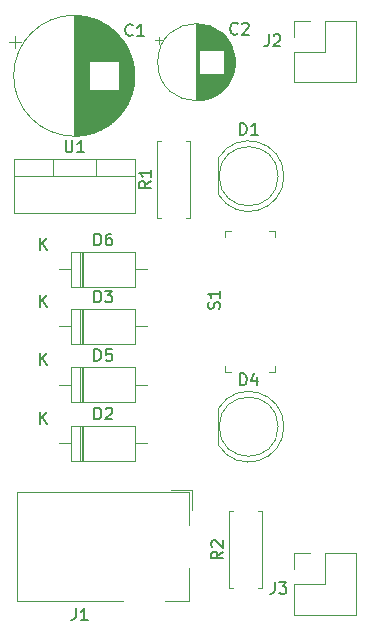
<source format=gto>
%TF.GenerationSoftware,KiCad,Pcbnew,(5.1.9)-1*%
%TF.CreationDate,2021-04-14T15:21:08+05:30*%
%TF.ProjectId,kicadp_1,6b696361-6470-45f3-912e-6b696361645f,v1*%
%TF.SameCoordinates,Original*%
%TF.FileFunction,Legend,Top*%
%TF.FilePolarity,Positive*%
%FSLAX46Y46*%
G04 Gerber Fmt 4.6, Leading zero omitted, Abs format (unit mm)*
G04 Created by KiCad (PCBNEW (5.1.9)-1) date 2021-04-14 15:21:08*
%MOMM*%
%LPD*%
G01*
G04 APERTURE LIST*
%ADD10C,0.120000*%
%ADD11C,0.100000*%
%ADD12C,0.150000*%
G04 APERTURE END LIST*
D10*
%TO.C,C1*%
X63687354Y-40694000D02*
X63687354Y-41694000D01*
X63187354Y-41194000D02*
X64187354Y-41194000D01*
X73748000Y-43470000D02*
X73748000Y-44668000D01*
X73708000Y-43207000D02*
X73708000Y-44931000D01*
X73668000Y-43007000D02*
X73668000Y-45131000D01*
X73628000Y-42839000D02*
X73628000Y-45299000D01*
X73588000Y-42691000D02*
X73588000Y-45447000D01*
X73548000Y-42559000D02*
X73548000Y-45579000D01*
X73508000Y-42439000D02*
X73508000Y-45699000D01*
X73468000Y-42327000D02*
X73468000Y-45811000D01*
X73428000Y-42223000D02*
X73428000Y-45915000D01*
X73388000Y-42125000D02*
X73388000Y-46013000D01*
X73348000Y-42032000D02*
X73348000Y-46106000D01*
X73308000Y-41944000D02*
X73308000Y-46194000D01*
X73268000Y-41860000D02*
X73268000Y-46278000D01*
X73228000Y-41780000D02*
X73228000Y-46358000D01*
X73188000Y-41704000D02*
X73188000Y-46434000D01*
X73148000Y-41630000D02*
X73148000Y-46508000D01*
X73108000Y-41559000D02*
X73108000Y-46579000D01*
X73068000Y-41490000D02*
X73068000Y-46648000D01*
X73028000Y-41424000D02*
X73028000Y-46714000D01*
X72988000Y-41360000D02*
X72988000Y-46778000D01*
X72948000Y-41299000D02*
X72948000Y-46839000D01*
X72908000Y-41239000D02*
X72908000Y-46899000D01*
X72868000Y-41180000D02*
X72868000Y-46958000D01*
X72828000Y-41124000D02*
X72828000Y-47014000D01*
X72788000Y-41069000D02*
X72788000Y-47069000D01*
X72748000Y-41015000D02*
X72748000Y-47123000D01*
X72708000Y-40963000D02*
X72708000Y-47175000D01*
X72668000Y-40913000D02*
X72668000Y-47225000D01*
X72628000Y-40863000D02*
X72628000Y-47275000D01*
X72588000Y-40815000D02*
X72588000Y-47323000D01*
X72548000Y-40768000D02*
X72548000Y-47370000D01*
X72508000Y-40722000D02*
X72508000Y-47416000D01*
X72468000Y-40677000D02*
X72468000Y-47461000D01*
X72428000Y-40633000D02*
X72428000Y-47505000D01*
X72388000Y-45310000D02*
X72388000Y-47547000D01*
X72388000Y-40591000D02*
X72388000Y-42828000D01*
X72348000Y-45310000D02*
X72348000Y-47589000D01*
X72348000Y-40549000D02*
X72348000Y-42828000D01*
X72308000Y-45310000D02*
X72308000Y-47630000D01*
X72308000Y-40508000D02*
X72308000Y-42828000D01*
X72268000Y-45310000D02*
X72268000Y-47670000D01*
X72268000Y-40468000D02*
X72268000Y-42828000D01*
X72228000Y-45310000D02*
X72228000Y-47709000D01*
X72228000Y-40429000D02*
X72228000Y-42828000D01*
X72188000Y-45310000D02*
X72188000Y-47748000D01*
X72188000Y-40390000D02*
X72188000Y-42828000D01*
X72148000Y-45310000D02*
X72148000Y-47785000D01*
X72148000Y-40353000D02*
X72148000Y-42828000D01*
X72108000Y-45310000D02*
X72108000Y-47822000D01*
X72108000Y-40316000D02*
X72108000Y-42828000D01*
X72068000Y-45310000D02*
X72068000Y-47858000D01*
X72068000Y-40280000D02*
X72068000Y-42828000D01*
X72028000Y-45310000D02*
X72028000Y-47893000D01*
X72028000Y-40245000D02*
X72028000Y-42828000D01*
X71988000Y-45310000D02*
X71988000Y-47927000D01*
X71988000Y-40211000D02*
X71988000Y-42828000D01*
X71948000Y-45310000D02*
X71948000Y-47961000D01*
X71948000Y-40177000D02*
X71948000Y-42828000D01*
X71908000Y-45310000D02*
X71908000Y-47994000D01*
X71908000Y-40144000D02*
X71908000Y-42828000D01*
X71868000Y-45310000D02*
X71868000Y-48026000D01*
X71868000Y-40112000D02*
X71868000Y-42828000D01*
X71828000Y-45310000D02*
X71828000Y-48058000D01*
X71828000Y-40080000D02*
X71828000Y-42828000D01*
X71788000Y-45310000D02*
X71788000Y-48089000D01*
X71788000Y-40049000D02*
X71788000Y-42828000D01*
X71748000Y-45310000D02*
X71748000Y-48119000D01*
X71748000Y-40019000D02*
X71748000Y-42828000D01*
X71708000Y-45310000D02*
X71708000Y-48149000D01*
X71708000Y-39989000D02*
X71708000Y-42828000D01*
X71668000Y-45310000D02*
X71668000Y-48179000D01*
X71668000Y-39959000D02*
X71668000Y-42828000D01*
X71628000Y-45310000D02*
X71628000Y-48207000D01*
X71628000Y-39931000D02*
X71628000Y-42828000D01*
X71588000Y-45310000D02*
X71588000Y-48235000D01*
X71588000Y-39903000D02*
X71588000Y-42828000D01*
X71548000Y-45310000D02*
X71548000Y-48263000D01*
X71548000Y-39875000D02*
X71548000Y-42828000D01*
X71508000Y-45310000D02*
X71508000Y-48290000D01*
X71508000Y-39848000D02*
X71508000Y-42828000D01*
X71468000Y-45310000D02*
X71468000Y-48316000D01*
X71468000Y-39822000D02*
X71468000Y-42828000D01*
X71428000Y-45310000D02*
X71428000Y-48342000D01*
X71428000Y-39796000D02*
X71428000Y-42828000D01*
X71388000Y-45310000D02*
X71388000Y-48367000D01*
X71388000Y-39771000D02*
X71388000Y-42828000D01*
X71348000Y-45310000D02*
X71348000Y-48392000D01*
X71348000Y-39746000D02*
X71348000Y-42828000D01*
X71308000Y-45310000D02*
X71308000Y-48416000D01*
X71308000Y-39722000D02*
X71308000Y-42828000D01*
X71268000Y-45310000D02*
X71268000Y-48440000D01*
X71268000Y-39698000D02*
X71268000Y-42828000D01*
X71228000Y-45310000D02*
X71228000Y-48464000D01*
X71228000Y-39674000D02*
X71228000Y-42828000D01*
X71188000Y-45310000D02*
X71188000Y-48486000D01*
X71188000Y-39652000D02*
X71188000Y-42828000D01*
X71148000Y-45310000D02*
X71148000Y-48509000D01*
X71148000Y-39629000D02*
X71148000Y-42828000D01*
X71108000Y-45310000D02*
X71108000Y-48531000D01*
X71108000Y-39607000D02*
X71108000Y-42828000D01*
X71068000Y-45310000D02*
X71068000Y-48552000D01*
X71068000Y-39586000D02*
X71068000Y-42828000D01*
X71028000Y-45310000D02*
X71028000Y-48573000D01*
X71028000Y-39565000D02*
X71028000Y-42828000D01*
X70988000Y-45310000D02*
X70988000Y-48594000D01*
X70988000Y-39544000D02*
X70988000Y-42828000D01*
X70948000Y-45310000D02*
X70948000Y-48614000D01*
X70948000Y-39524000D02*
X70948000Y-42828000D01*
X70908000Y-45310000D02*
X70908000Y-48633000D01*
X70908000Y-39505000D02*
X70908000Y-42828000D01*
X70868000Y-45310000D02*
X70868000Y-48653000D01*
X70868000Y-39485000D02*
X70868000Y-42828000D01*
X70828000Y-45310000D02*
X70828000Y-48672000D01*
X70828000Y-39466000D02*
X70828000Y-42828000D01*
X70788000Y-45310000D02*
X70788000Y-48690000D01*
X70788000Y-39448000D02*
X70788000Y-42828000D01*
X70748000Y-45310000D02*
X70748000Y-48708000D01*
X70748000Y-39430000D02*
X70748000Y-42828000D01*
X70708000Y-45310000D02*
X70708000Y-48726000D01*
X70708000Y-39412000D02*
X70708000Y-42828000D01*
X70668000Y-45310000D02*
X70668000Y-48743000D01*
X70668000Y-39395000D02*
X70668000Y-42828000D01*
X70628000Y-45310000D02*
X70628000Y-48759000D01*
X70628000Y-39379000D02*
X70628000Y-42828000D01*
X70588000Y-45310000D02*
X70588000Y-48776000D01*
X70588000Y-39362000D02*
X70588000Y-42828000D01*
X70548000Y-45310000D02*
X70548000Y-48792000D01*
X70548000Y-39346000D02*
X70548000Y-42828000D01*
X70508000Y-45310000D02*
X70508000Y-48807000D01*
X70508000Y-39331000D02*
X70508000Y-42828000D01*
X70468000Y-45310000D02*
X70468000Y-48823000D01*
X70468000Y-39315000D02*
X70468000Y-42828000D01*
X70428000Y-45310000D02*
X70428000Y-48837000D01*
X70428000Y-39301000D02*
X70428000Y-42828000D01*
X70388000Y-45310000D02*
X70388000Y-48852000D01*
X70388000Y-39286000D02*
X70388000Y-42828000D01*
X70348000Y-45310000D02*
X70348000Y-48866000D01*
X70348000Y-39272000D02*
X70348000Y-42828000D01*
X70308000Y-45310000D02*
X70308000Y-48880000D01*
X70308000Y-39258000D02*
X70308000Y-42828000D01*
X70268000Y-45310000D02*
X70268000Y-48893000D01*
X70268000Y-39245000D02*
X70268000Y-42828000D01*
X70228000Y-45310000D02*
X70228000Y-48906000D01*
X70228000Y-39232000D02*
X70228000Y-42828000D01*
X70188000Y-45310000D02*
X70188000Y-48919000D01*
X70188000Y-39219000D02*
X70188000Y-42828000D01*
X70148000Y-45310000D02*
X70148000Y-48931000D01*
X70148000Y-39207000D02*
X70148000Y-42828000D01*
X70108000Y-45310000D02*
X70108000Y-48943000D01*
X70108000Y-39195000D02*
X70108000Y-42828000D01*
X70068000Y-45310000D02*
X70068000Y-48954000D01*
X70068000Y-39184000D02*
X70068000Y-42828000D01*
X70028000Y-45310000D02*
X70028000Y-48966000D01*
X70028000Y-39172000D02*
X70028000Y-42828000D01*
X69988000Y-45310000D02*
X69988000Y-48976000D01*
X69988000Y-39162000D02*
X69988000Y-42828000D01*
X69948000Y-45310000D02*
X69948000Y-48987000D01*
X69948000Y-39151000D02*
X69948000Y-42828000D01*
X69908000Y-39141000D02*
X69908000Y-48997000D01*
X69868000Y-39131000D02*
X69868000Y-49007000D01*
X69828000Y-39122000D02*
X69828000Y-49016000D01*
X69788000Y-39113000D02*
X69788000Y-49025000D01*
X69748000Y-39104000D02*
X69748000Y-49034000D01*
X69708000Y-39095000D02*
X69708000Y-49043000D01*
X69668000Y-39087000D02*
X69668000Y-49051000D01*
X69628000Y-39079000D02*
X69628000Y-49059000D01*
X69588000Y-39072000D02*
X69588000Y-49066000D01*
X69548000Y-39065000D02*
X69548000Y-49073000D01*
X69508000Y-39058000D02*
X69508000Y-49080000D01*
X69468000Y-39051000D02*
X69468000Y-49087000D01*
X69428000Y-39045000D02*
X69428000Y-49093000D01*
X69388000Y-39039000D02*
X69388000Y-49099000D01*
X69347000Y-39034000D02*
X69347000Y-49104000D01*
X69307000Y-39029000D02*
X69307000Y-49109000D01*
X69267000Y-39024000D02*
X69267000Y-49114000D01*
X69227000Y-39019000D02*
X69227000Y-49119000D01*
X69187000Y-39015000D02*
X69187000Y-49123000D01*
X69147000Y-39011000D02*
X69147000Y-49127000D01*
X69107000Y-39007000D02*
X69107000Y-49131000D01*
X69067000Y-39004000D02*
X69067000Y-49134000D01*
X69027000Y-39001000D02*
X69027000Y-49137000D01*
X68987000Y-38999000D02*
X68987000Y-49139000D01*
X68947000Y-38996000D02*
X68947000Y-49142000D01*
X68907000Y-38994000D02*
X68907000Y-49144000D01*
X68867000Y-38992000D02*
X68867000Y-49146000D01*
X68827000Y-38991000D02*
X68827000Y-49147000D01*
X68787000Y-38990000D02*
X68787000Y-49148000D01*
X68747000Y-38989000D02*
X68747000Y-49149000D01*
X68707000Y-38989000D02*
X68707000Y-49149000D01*
X68667000Y-38989000D02*
X68667000Y-49149000D01*
X73787000Y-44069000D02*
G75*
G03*
X73787000Y-44069000I-5120000J0D01*
G01*
%TO.C,C2*%
X75828759Y-40772000D02*
X75828759Y-41402000D01*
X75513759Y-41087000D02*
X76143759Y-41087000D01*
X82255000Y-42524000D02*
X82255000Y-43328000D01*
X82215000Y-42293000D02*
X82215000Y-43559000D01*
X82175000Y-42124000D02*
X82175000Y-43728000D01*
X82135000Y-41986000D02*
X82135000Y-43866000D01*
X82095000Y-41867000D02*
X82095000Y-43985000D01*
X82055000Y-41761000D02*
X82055000Y-44091000D01*
X82015000Y-41664000D02*
X82015000Y-44188000D01*
X81975000Y-41576000D02*
X81975000Y-44276000D01*
X81935000Y-41494000D02*
X81935000Y-44358000D01*
X81895000Y-41417000D02*
X81895000Y-44435000D01*
X81855000Y-41345000D02*
X81855000Y-44507000D01*
X81815000Y-41276000D02*
X81815000Y-44576000D01*
X81775000Y-41212000D02*
X81775000Y-44640000D01*
X81735000Y-41150000D02*
X81735000Y-44702000D01*
X81695000Y-41092000D02*
X81695000Y-44760000D01*
X81655000Y-41036000D02*
X81655000Y-44816000D01*
X81615000Y-40982000D02*
X81615000Y-44870000D01*
X81575000Y-40931000D02*
X81575000Y-44921000D01*
X81535000Y-40882000D02*
X81535000Y-44970000D01*
X81495000Y-40834000D02*
X81495000Y-45018000D01*
X81455000Y-40789000D02*
X81455000Y-45063000D01*
X81415000Y-40744000D02*
X81415000Y-45108000D01*
X81375000Y-40702000D02*
X81375000Y-45150000D01*
X81335000Y-40661000D02*
X81335000Y-45191000D01*
X81295000Y-43966000D02*
X81295000Y-45231000D01*
X81295000Y-40621000D02*
X81295000Y-41886000D01*
X81255000Y-43966000D02*
X81255000Y-45269000D01*
X81255000Y-40583000D02*
X81255000Y-41886000D01*
X81215000Y-43966000D02*
X81215000Y-45306000D01*
X81215000Y-40546000D02*
X81215000Y-41886000D01*
X81175000Y-43966000D02*
X81175000Y-45342000D01*
X81175000Y-40510000D02*
X81175000Y-41886000D01*
X81135000Y-43966000D02*
X81135000Y-45376000D01*
X81135000Y-40476000D02*
X81135000Y-41886000D01*
X81095000Y-43966000D02*
X81095000Y-45410000D01*
X81095000Y-40442000D02*
X81095000Y-41886000D01*
X81055000Y-43966000D02*
X81055000Y-45442000D01*
X81055000Y-40410000D02*
X81055000Y-41886000D01*
X81015000Y-43966000D02*
X81015000Y-45474000D01*
X81015000Y-40378000D02*
X81015000Y-41886000D01*
X80975000Y-43966000D02*
X80975000Y-45504000D01*
X80975000Y-40348000D02*
X80975000Y-41886000D01*
X80935000Y-43966000D02*
X80935000Y-45533000D01*
X80935000Y-40319000D02*
X80935000Y-41886000D01*
X80895000Y-43966000D02*
X80895000Y-45562000D01*
X80895000Y-40290000D02*
X80895000Y-41886000D01*
X80855000Y-43966000D02*
X80855000Y-45590000D01*
X80855000Y-40262000D02*
X80855000Y-41886000D01*
X80815000Y-43966000D02*
X80815000Y-45616000D01*
X80815000Y-40236000D02*
X80815000Y-41886000D01*
X80775000Y-43966000D02*
X80775000Y-45642000D01*
X80775000Y-40210000D02*
X80775000Y-41886000D01*
X80735000Y-43966000D02*
X80735000Y-45668000D01*
X80735000Y-40184000D02*
X80735000Y-41886000D01*
X80695000Y-43966000D02*
X80695000Y-45692000D01*
X80695000Y-40160000D02*
X80695000Y-41886000D01*
X80655000Y-43966000D02*
X80655000Y-45716000D01*
X80655000Y-40136000D02*
X80655000Y-41886000D01*
X80615000Y-43966000D02*
X80615000Y-45738000D01*
X80615000Y-40114000D02*
X80615000Y-41886000D01*
X80575000Y-43966000D02*
X80575000Y-45760000D01*
X80575000Y-40092000D02*
X80575000Y-41886000D01*
X80535000Y-43966000D02*
X80535000Y-45782000D01*
X80535000Y-40070000D02*
X80535000Y-41886000D01*
X80495000Y-43966000D02*
X80495000Y-45802000D01*
X80495000Y-40050000D02*
X80495000Y-41886000D01*
X80455000Y-43966000D02*
X80455000Y-45822000D01*
X80455000Y-40030000D02*
X80455000Y-41886000D01*
X80415000Y-43966000D02*
X80415000Y-45842000D01*
X80415000Y-40010000D02*
X80415000Y-41886000D01*
X80375000Y-43966000D02*
X80375000Y-45860000D01*
X80375000Y-39992000D02*
X80375000Y-41886000D01*
X80335000Y-43966000D02*
X80335000Y-45878000D01*
X80335000Y-39974000D02*
X80335000Y-41886000D01*
X80295000Y-43966000D02*
X80295000Y-45896000D01*
X80295000Y-39956000D02*
X80295000Y-41886000D01*
X80255000Y-43966000D02*
X80255000Y-45912000D01*
X80255000Y-39940000D02*
X80255000Y-41886000D01*
X80215000Y-43966000D02*
X80215000Y-45928000D01*
X80215000Y-39924000D02*
X80215000Y-41886000D01*
X80175000Y-43966000D02*
X80175000Y-45944000D01*
X80175000Y-39908000D02*
X80175000Y-41886000D01*
X80135000Y-43966000D02*
X80135000Y-45959000D01*
X80135000Y-39893000D02*
X80135000Y-41886000D01*
X80095000Y-43966000D02*
X80095000Y-45973000D01*
X80095000Y-39879000D02*
X80095000Y-41886000D01*
X80055000Y-43966000D02*
X80055000Y-45987000D01*
X80055000Y-39865000D02*
X80055000Y-41886000D01*
X80015000Y-43966000D02*
X80015000Y-46000000D01*
X80015000Y-39852000D02*
X80015000Y-41886000D01*
X79975000Y-43966000D02*
X79975000Y-46012000D01*
X79975000Y-39840000D02*
X79975000Y-41886000D01*
X79935000Y-43966000D02*
X79935000Y-46024000D01*
X79935000Y-39828000D02*
X79935000Y-41886000D01*
X79895000Y-43966000D02*
X79895000Y-46036000D01*
X79895000Y-39816000D02*
X79895000Y-41886000D01*
X79855000Y-43966000D02*
X79855000Y-46047000D01*
X79855000Y-39805000D02*
X79855000Y-41886000D01*
X79815000Y-43966000D02*
X79815000Y-46057000D01*
X79815000Y-39795000D02*
X79815000Y-41886000D01*
X79775000Y-43966000D02*
X79775000Y-46067000D01*
X79775000Y-39785000D02*
X79775000Y-41886000D01*
X79735000Y-43966000D02*
X79735000Y-46076000D01*
X79735000Y-39776000D02*
X79735000Y-41886000D01*
X79694000Y-43966000D02*
X79694000Y-46085000D01*
X79694000Y-39767000D02*
X79694000Y-41886000D01*
X79654000Y-43966000D02*
X79654000Y-46093000D01*
X79654000Y-39759000D02*
X79654000Y-41886000D01*
X79614000Y-43966000D02*
X79614000Y-46101000D01*
X79614000Y-39751000D02*
X79614000Y-41886000D01*
X79574000Y-43966000D02*
X79574000Y-46108000D01*
X79574000Y-39744000D02*
X79574000Y-41886000D01*
X79534000Y-43966000D02*
X79534000Y-46115000D01*
X79534000Y-39737000D02*
X79534000Y-41886000D01*
X79494000Y-43966000D02*
X79494000Y-46121000D01*
X79494000Y-39731000D02*
X79494000Y-41886000D01*
X79454000Y-43966000D02*
X79454000Y-46127000D01*
X79454000Y-39725000D02*
X79454000Y-41886000D01*
X79414000Y-43966000D02*
X79414000Y-46132000D01*
X79414000Y-39720000D02*
X79414000Y-41886000D01*
X79374000Y-43966000D02*
X79374000Y-46137000D01*
X79374000Y-39715000D02*
X79374000Y-41886000D01*
X79334000Y-43966000D02*
X79334000Y-46141000D01*
X79334000Y-39711000D02*
X79334000Y-41886000D01*
X79294000Y-43966000D02*
X79294000Y-46144000D01*
X79294000Y-39708000D02*
X79294000Y-41886000D01*
X79254000Y-43966000D02*
X79254000Y-46148000D01*
X79254000Y-39704000D02*
X79254000Y-41886000D01*
X79214000Y-39702000D02*
X79214000Y-46150000D01*
X79174000Y-39699000D02*
X79174000Y-46153000D01*
X79134000Y-39698000D02*
X79134000Y-46154000D01*
X79094000Y-39696000D02*
X79094000Y-46156000D01*
X79054000Y-39696000D02*
X79054000Y-46156000D01*
X79014000Y-39696000D02*
X79014000Y-46156000D01*
X82284000Y-42926000D02*
G75*
G03*
X82284000Y-42926000I-3270000J0D01*
G01*
%TO.C,D1*%
X80879000Y-51033000D02*
X80879000Y-54123000D01*
X85939000Y-52578000D02*
G75*
G03*
X85939000Y-52578000I-2500000J0D01*
G01*
X86429000Y-52578462D02*
G75*
G03*
X80879000Y-51033170I-2990000J462D01*
G01*
X86429000Y-52577538D02*
G75*
G02*
X80879000Y-54122830I-2990000J-462D01*
G01*
%TO.C,D2*%
X68400000Y-73714000D02*
X68400000Y-76654000D01*
X68400000Y-76654000D02*
X73840000Y-76654000D01*
X73840000Y-76654000D02*
X73840000Y-73714000D01*
X73840000Y-73714000D02*
X68400000Y-73714000D01*
X67380000Y-75184000D02*
X68400000Y-75184000D01*
X74860000Y-75184000D02*
X73840000Y-75184000D01*
X69300000Y-73714000D02*
X69300000Y-76654000D01*
X69420000Y-73714000D02*
X69420000Y-76654000D01*
X69180000Y-73714000D02*
X69180000Y-76654000D01*
%TO.C,D3*%
X68400000Y-63808000D02*
X68400000Y-66748000D01*
X68400000Y-66748000D02*
X73840000Y-66748000D01*
X73840000Y-66748000D02*
X73840000Y-63808000D01*
X73840000Y-63808000D02*
X68400000Y-63808000D01*
X67380000Y-65278000D02*
X68400000Y-65278000D01*
X74860000Y-65278000D02*
X73840000Y-65278000D01*
X69300000Y-63808000D02*
X69300000Y-66748000D01*
X69420000Y-63808000D02*
X69420000Y-66748000D01*
X69180000Y-63808000D02*
X69180000Y-66748000D01*
%TO.C,D4*%
X85939000Y-73787000D02*
G75*
G03*
X85939000Y-73787000I-2500000J0D01*
G01*
X80879000Y-72242000D02*
X80879000Y-75332000D01*
X86429000Y-73786538D02*
G75*
G02*
X80879000Y-75331830I-2990000J-462D01*
G01*
X86429000Y-73787462D02*
G75*
G03*
X80879000Y-72242170I-2990000J462D01*
G01*
%TO.C,D5*%
X69180000Y-68761000D02*
X69180000Y-71701000D01*
X69420000Y-68761000D02*
X69420000Y-71701000D01*
X69300000Y-68761000D02*
X69300000Y-71701000D01*
X74860000Y-70231000D02*
X73840000Y-70231000D01*
X67380000Y-70231000D02*
X68400000Y-70231000D01*
X73840000Y-68761000D02*
X68400000Y-68761000D01*
X73840000Y-71701000D02*
X73840000Y-68761000D01*
X68400000Y-71701000D02*
X73840000Y-71701000D01*
X68400000Y-68761000D02*
X68400000Y-71701000D01*
%TO.C,D6*%
X69180000Y-58982000D02*
X69180000Y-61922000D01*
X69420000Y-58982000D02*
X69420000Y-61922000D01*
X69300000Y-58982000D02*
X69300000Y-61922000D01*
X74860000Y-60452000D02*
X73840000Y-60452000D01*
X67380000Y-60452000D02*
X68400000Y-60452000D01*
X73840000Y-58982000D02*
X68400000Y-58982000D01*
X73840000Y-61922000D02*
X73840000Y-58982000D01*
X68400000Y-61922000D02*
X73840000Y-61922000D01*
X68400000Y-58982000D02*
X68400000Y-61922000D01*
%TO.C,J1*%
X78637000Y-79107000D02*
X78637000Y-80847000D01*
X76897000Y-79107000D02*
X78637000Y-79107000D01*
X78397000Y-88547000D02*
X76397000Y-88547000D01*
X78397000Y-85747000D02*
X78397000Y-88547000D01*
X78397000Y-79347000D02*
X78397000Y-82147000D01*
X63797000Y-79347000D02*
X78397000Y-79347000D01*
X63797000Y-88547000D02*
X63797000Y-79347000D01*
X72797000Y-88547000D02*
X63797000Y-88547000D01*
%TO.C,J2*%
X87316000Y-44637000D02*
X92516000Y-44637000D01*
X87316000Y-42037000D02*
X87316000Y-44637000D01*
X92516000Y-39437000D02*
X92516000Y-44637000D01*
X87316000Y-42037000D02*
X89916000Y-42037000D01*
X89916000Y-42037000D02*
X89916000Y-39437000D01*
X89916000Y-39437000D02*
X92516000Y-39437000D01*
X87316000Y-40767000D02*
X87316000Y-39437000D01*
X87316000Y-39437000D02*
X88646000Y-39437000D01*
%TO.C,J3*%
X87316000Y-84522000D02*
X88646000Y-84522000D01*
X87316000Y-85852000D02*
X87316000Y-84522000D01*
X89916000Y-84522000D02*
X92516000Y-84522000D01*
X89916000Y-87122000D02*
X89916000Y-84522000D01*
X87316000Y-87122000D02*
X89916000Y-87122000D01*
X92516000Y-84522000D02*
X92516000Y-89722000D01*
X87316000Y-87122000D02*
X87316000Y-89722000D01*
X87316000Y-89722000D02*
X92516000Y-89722000D01*
%TO.C,R1*%
X78459000Y-49562000D02*
X78129000Y-49562000D01*
X78459000Y-56102000D02*
X78459000Y-49562000D01*
X78129000Y-56102000D02*
X78459000Y-56102000D01*
X75719000Y-49562000D02*
X76049000Y-49562000D01*
X75719000Y-56102000D02*
X75719000Y-49562000D01*
X76049000Y-56102000D02*
X75719000Y-56102000D01*
%TO.C,R2*%
X82145000Y-87471000D02*
X81815000Y-87471000D01*
X81815000Y-87471000D02*
X81815000Y-80931000D01*
X81815000Y-80931000D02*
X82145000Y-80931000D01*
X84225000Y-87471000D02*
X84555000Y-87471000D01*
X84555000Y-87471000D02*
X84555000Y-80931000D01*
X84555000Y-80931000D02*
X84225000Y-80931000D01*
D11*
%TO.C,S1*%
X81466000Y-57232000D02*
X81466000Y-57732000D01*
X81466000Y-57232000D02*
X81966000Y-57232000D01*
X81466000Y-69132000D02*
X81966000Y-69132000D01*
X81466000Y-69132000D02*
X81466000Y-68632000D01*
X85666000Y-69132000D02*
X85166000Y-69132000D01*
X85666000Y-69132000D02*
X85666000Y-68632000D01*
X85666000Y-57232000D02*
X85166000Y-57232000D01*
X85666000Y-57232000D02*
X85666000Y-57732000D01*
D10*
%TO.C,U1*%
X70558000Y-51086000D02*
X70558000Y-52596000D01*
X66857000Y-51086000D02*
X66857000Y-52596000D01*
X63587000Y-52596000D02*
X73827000Y-52596000D01*
X73827000Y-51086000D02*
X73827000Y-55727000D01*
X63587000Y-51086000D02*
X63587000Y-55727000D01*
X63587000Y-55727000D02*
X73827000Y-55727000D01*
X63587000Y-51086000D02*
X73827000Y-51086000D01*
%TO.C,C1*%
D12*
X73620333Y-40616142D02*
X73572714Y-40663761D01*
X73429857Y-40711380D01*
X73334619Y-40711380D01*
X73191761Y-40663761D01*
X73096523Y-40568523D01*
X73048904Y-40473285D01*
X73001285Y-40282809D01*
X73001285Y-40139952D01*
X73048904Y-39949476D01*
X73096523Y-39854238D01*
X73191761Y-39759000D01*
X73334619Y-39711380D01*
X73429857Y-39711380D01*
X73572714Y-39759000D01*
X73620333Y-39806619D01*
X74572714Y-40711380D02*
X74001285Y-40711380D01*
X74287000Y-40711380D02*
X74287000Y-39711380D01*
X74191761Y-39854238D01*
X74096523Y-39949476D01*
X74001285Y-39997095D01*
%TO.C,C2*%
X82510333Y-40489142D02*
X82462714Y-40536761D01*
X82319857Y-40584380D01*
X82224619Y-40584380D01*
X82081761Y-40536761D01*
X81986523Y-40441523D01*
X81938904Y-40346285D01*
X81891285Y-40155809D01*
X81891285Y-40012952D01*
X81938904Y-39822476D01*
X81986523Y-39727238D01*
X82081761Y-39632000D01*
X82224619Y-39584380D01*
X82319857Y-39584380D01*
X82462714Y-39632000D01*
X82510333Y-39679619D01*
X82891285Y-39679619D02*
X82938904Y-39632000D01*
X83034142Y-39584380D01*
X83272238Y-39584380D01*
X83367476Y-39632000D01*
X83415095Y-39679619D01*
X83462714Y-39774857D01*
X83462714Y-39870095D01*
X83415095Y-40012952D01*
X82843666Y-40584380D01*
X83462714Y-40584380D01*
%TO.C,D1*%
X82700904Y-49070380D02*
X82700904Y-48070380D01*
X82939000Y-48070380D01*
X83081857Y-48118000D01*
X83177095Y-48213238D01*
X83224714Y-48308476D01*
X83272333Y-48498952D01*
X83272333Y-48641809D01*
X83224714Y-48832285D01*
X83177095Y-48927523D01*
X83081857Y-49022761D01*
X82939000Y-49070380D01*
X82700904Y-49070380D01*
X84224714Y-49070380D02*
X83653285Y-49070380D01*
X83939000Y-49070380D02*
X83939000Y-48070380D01*
X83843761Y-48213238D01*
X83748523Y-48308476D01*
X83653285Y-48356095D01*
%TO.C,D2*%
X70381904Y-73166380D02*
X70381904Y-72166380D01*
X70620000Y-72166380D01*
X70762857Y-72214000D01*
X70858095Y-72309238D01*
X70905714Y-72404476D01*
X70953333Y-72594952D01*
X70953333Y-72737809D01*
X70905714Y-72928285D01*
X70858095Y-73023523D01*
X70762857Y-73118761D01*
X70620000Y-73166380D01*
X70381904Y-73166380D01*
X71334285Y-72261619D02*
X71381904Y-72214000D01*
X71477142Y-72166380D01*
X71715238Y-72166380D01*
X71810476Y-72214000D01*
X71858095Y-72261619D01*
X71905714Y-72356857D01*
X71905714Y-72452095D01*
X71858095Y-72594952D01*
X71286666Y-73166380D01*
X71905714Y-73166380D01*
X65778095Y-73536380D02*
X65778095Y-72536380D01*
X66349523Y-73536380D02*
X65920952Y-72964952D01*
X66349523Y-72536380D02*
X65778095Y-73107809D01*
%TO.C,D3*%
X70381904Y-63260380D02*
X70381904Y-62260380D01*
X70620000Y-62260380D01*
X70762857Y-62308000D01*
X70858095Y-62403238D01*
X70905714Y-62498476D01*
X70953333Y-62688952D01*
X70953333Y-62831809D01*
X70905714Y-63022285D01*
X70858095Y-63117523D01*
X70762857Y-63212761D01*
X70620000Y-63260380D01*
X70381904Y-63260380D01*
X71286666Y-62260380D02*
X71905714Y-62260380D01*
X71572380Y-62641333D01*
X71715238Y-62641333D01*
X71810476Y-62688952D01*
X71858095Y-62736571D01*
X71905714Y-62831809D01*
X71905714Y-63069904D01*
X71858095Y-63165142D01*
X71810476Y-63212761D01*
X71715238Y-63260380D01*
X71429523Y-63260380D01*
X71334285Y-63212761D01*
X71286666Y-63165142D01*
X65778095Y-63630380D02*
X65778095Y-62630380D01*
X66349523Y-63630380D02*
X65920952Y-63058952D01*
X66349523Y-62630380D02*
X65778095Y-63201809D01*
%TO.C,D4*%
X82700904Y-70279380D02*
X82700904Y-69279380D01*
X82939000Y-69279380D01*
X83081857Y-69327000D01*
X83177095Y-69422238D01*
X83224714Y-69517476D01*
X83272333Y-69707952D01*
X83272333Y-69850809D01*
X83224714Y-70041285D01*
X83177095Y-70136523D01*
X83081857Y-70231761D01*
X82939000Y-70279380D01*
X82700904Y-70279380D01*
X84129476Y-69612714D02*
X84129476Y-70279380D01*
X83891380Y-69231761D02*
X83653285Y-69946047D01*
X84272333Y-69946047D01*
%TO.C,D5*%
X70381904Y-68213380D02*
X70381904Y-67213380D01*
X70620000Y-67213380D01*
X70762857Y-67261000D01*
X70858095Y-67356238D01*
X70905714Y-67451476D01*
X70953333Y-67641952D01*
X70953333Y-67784809D01*
X70905714Y-67975285D01*
X70858095Y-68070523D01*
X70762857Y-68165761D01*
X70620000Y-68213380D01*
X70381904Y-68213380D01*
X71858095Y-67213380D02*
X71381904Y-67213380D01*
X71334285Y-67689571D01*
X71381904Y-67641952D01*
X71477142Y-67594333D01*
X71715238Y-67594333D01*
X71810476Y-67641952D01*
X71858095Y-67689571D01*
X71905714Y-67784809D01*
X71905714Y-68022904D01*
X71858095Y-68118142D01*
X71810476Y-68165761D01*
X71715238Y-68213380D01*
X71477142Y-68213380D01*
X71381904Y-68165761D01*
X71334285Y-68118142D01*
X65778095Y-68583380D02*
X65778095Y-67583380D01*
X66349523Y-68583380D02*
X65920952Y-68011952D01*
X66349523Y-67583380D02*
X65778095Y-68154809D01*
%TO.C,D6*%
X70381904Y-58434380D02*
X70381904Y-57434380D01*
X70620000Y-57434380D01*
X70762857Y-57482000D01*
X70858095Y-57577238D01*
X70905714Y-57672476D01*
X70953333Y-57862952D01*
X70953333Y-58005809D01*
X70905714Y-58196285D01*
X70858095Y-58291523D01*
X70762857Y-58386761D01*
X70620000Y-58434380D01*
X70381904Y-58434380D01*
X71810476Y-57434380D02*
X71620000Y-57434380D01*
X71524761Y-57482000D01*
X71477142Y-57529619D01*
X71381904Y-57672476D01*
X71334285Y-57862952D01*
X71334285Y-58243904D01*
X71381904Y-58339142D01*
X71429523Y-58386761D01*
X71524761Y-58434380D01*
X71715238Y-58434380D01*
X71810476Y-58386761D01*
X71858095Y-58339142D01*
X71905714Y-58243904D01*
X71905714Y-58005809D01*
X71858095Y-57910571D01*
X71810476Y-57862952D01*
X71715238Y-57815333D01*
X71524761Y-57815333D01*
X71429523Y-57862952D01*
X71381904Y-57910571D01*
X71334285Y-58005809D01*
X65778095Y-58804380D02*
X65778095Y-57804380D01*
X66349523Y-58804380D02*
X65920952Y-58232952D01*
X66349523Y-57804380D02*
X65778095Y-58375809D01*
%TO.C,J1*%
X68813666Y-89149380D02*
X68813666Y-89863666D01*
X68766047Y-90006523D01*
X68670809Y-90101761D01*
X68527952Y-90149380D01*
X68432714Y-90149380D01*
X69813666Y-90149380D02*
X69242238Y-90149380D01*
X69527952Y-90149380D02*
X69527952Y-89149380D01*
X69432714Y-89292238D01*
X69337476Y-89387476D01*
X69242238Y-89435095D01*
%TO.C,J2*%
X85137666Y-40580380D02*
X85137666Y-41294666D01*
X85090047Y-41437523D01*
X84994809Y-41532761D01*
X84851952Y-41580380D01*
X84756714Y-41580380D01*
X85566238Y-40675619D02*
X85613857Y-40628000D01*
X85709095Y-40580380D01*
X85947190Y-40580380D01*
X86042428Y-40628000D01*
X86090047Y-40675619D01*
X86137666Y-40770857D01*
X86137666Y-40866095D01*
X86090047Y-41008952D01*
X85518619Y-41580380D01*
X86137666Y-41580380D01*
%TO.C,J3*%
X85645666Y-86935380D02*
X85645666Y-87649666D01*
X85598047Y-87792523D01*
X85502809Y-87887761D01*
X85359952Y-87935380D01*
X85264714Y-87935380D01*
X86026619Y-86935380D02*
X86645666Y-86935380D01*
X86312333Y-87316333D01*
X86455190Y-87316333D01*
X86550428Y-87363952D01*
X86598047Y-87411571D01*
X86645666Y-87506809D01*
X86645666Y-87744904D01*
X86598047Y-87840142D01*
X86550428Y-87887761D01*
X86455190Y-87935380D01*
X86169476Y-87935380D01*
X86074238Y-87887761D01*
X86026619Y-87840142D01*
%TO.C,R1*%
X75171380Y-52998666D02*
X74695190Y-53332000D01*
X75171380Y-53570095D02*
X74171380Y-53570095D01*
X74171380Y-53189142D01*
X74219000Y-53093904D01*
X74266619Y-53046285D01*
X74361857Y-52998666D01*
X74504714Y-52998666D01*
X74599952Y-53046285D01*
X74647571Y-53093904D01*
X74695190Y-53189142D01*
X74695190Y-53570095D01*
X75171380Y-52046285D02*
X75171380Y-52617714D01*
X75171380Y-52332000D02*
X74171380Y-52332000D01*
X74314238Y-52427238D01*
X74409476Y-52522476D01*
X74457095Y-52617714D01*
%TO.C,R2*%
X81267380Y-84367666D02*
X80791190Y-84701000D01*
X81267380Y-84939095D02*
X80267380Y-84939095D01*
X80267380Y-84558142D01*
X80315000Y-84462904D01*
X80362619Y-84415285D01*
X80457857Y-84367666D01*
X80600714Y-84367666D01*
X80695952Y-84415285D01*
X80743571Y-84462904D01*
X80791190Y-84558142D01*
X80791190Y-84939095D01*
X80362619Y-83986714D02*
X80315000Y-83939095D01*
X80267380Y-83843857D01*
X80267380Y-83605761D01*
X80315000Y-83510523D01*
X80362619Y-83462904D01*
X80457857Y-83415285D01*
X80553095Y-83415285D01*
X80695952Y-83462904D01*
X81267380Y-84034333D01*
X81267380Y-83415285D01*
%TO.C,S1*%
X80950761Y-63803904D02*
X80998380Y-63661047D01*
X80998380Y-63422952D01*
X80950761Y-63327714D01*
X80903142Y-63280095D01*
X80807904Y-63232476D01*
X80712666Y-63232476D01*
X80617428Y-63280095D01*
X80569809Y-63327714D01*
X80522190Y-63422952D01*
X80474571Y-63613428D01*
X80426952Y-63708666D01*
X80379333Y-63756285D01*
X80284095Y-63803904D01*
X80188857Y-63803904D01*
X80093619Y-63756285D01*
X80046000Y-63708666D01*
X79998380Y-63613428D01*
X79998380Y-63375333D01*
X80046000Y-63232476D01*
X80998380Y-62280095D02*
X80998380Y-62851523D01*
X80998380Y-62565809D02*
X79998380Y-62565809D01*
X80141238Y-62661047D01*
X80236476Y-62756285D01*
X80284095Y-62851523D01*
%TO.C,U1*%
X67945095Y-49538380D02*
X67945095Y-50347904D01*
X67992714Y-50443142D01*
X68040333Y-50490761D01*
X68135571Y-50538380D01*
X68326047Y-50538380D01*
X68421285Y-50490761D01*
X68468904Y-50443142D01*
X68516523Y-50347904D01*
X68516523Y-49538380D01*
X69516523Y-50538380D02*
X68945095Y-50538380D01*
X69230809Y-50538380D02*
X69230809Y-49538380D01*
X69135571Y-49681238D01*
X69040333Y-49776476D01*
X68945095Y-49824095D01*
%TD*%
M02*

</source>
